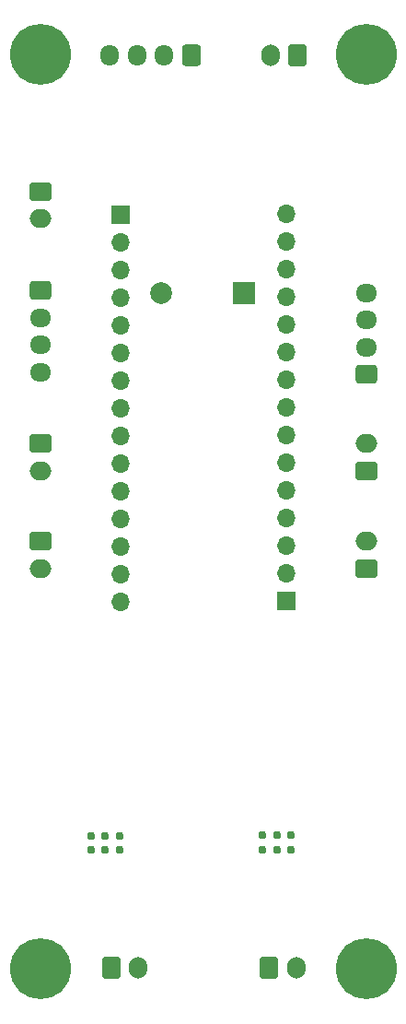
<source format=gbr>
%TF.GenerationSoftware,KiCad,Pcbnew,8.0.1*%
%TF.CreationDate,2024-06-19T16:46:37+02:00*%
%TF.ProjectId,MotorShield,4d6f746f-7253-4686-9965-6c642e6b6963,V_1*%
%TF.SameCoordinates,Original*%
%TF.FileFunction,Soldermask,Bot*%
%TF.FilePolarity,Negative*%
%FSLAX46Y46*%
G04 Gerber Fmt 4.6, Leading zero omitted, Abs format (unit mm)*
G04 Created by KiCad (PCBNEW 8.0.1) date 2024-06-19 16:46:37*
%MOMM*%
%LPD*%
G01*
G04 APERTURE LIST*
G04 Aperture macros list*
%AMRoundRect*
0 Rectangle with rounded corners*
0 $1 Rounding radius*
0 $2 $3 $4 $5 $6 $7 $8 $9 X,Y pos of 4 corners*
0 Add a 4 corners polygon primitive as box body*
4,1,4,$2,$3,$4,$5,$6,$7,$8,$9,$2,$3,0*
0 Add four circle primitives for the rounded corners*
1,1,$1+$1,$2,$3*
1,1,$1+$1,$4,$5*
1,1,$1+$1,$6,$7*
1,1,$1+$1,$8,$9*
0 Add four rect primitives between the rounded corners*
20,1,$1+$1,$2,$3,$4,$5,0*
20,1,$1+$1,$4,$5,$6,$7,0*
20,1,$1+$1,$6,$7,$8,$9,0*
20,1,$1+$1,$8,$9,$2,$3,0*%
G04 Aperture macros list end*
%ADD10C,2.000000*%
%ADD11R,2.000000X2.000000*%
%ADD12RoundRect,0.250000X-0.600000X-0.750000X0.600000X-0.750000X0.600000X0.750000X-0.600000X0.750000X0*%
%ADD13O,1.700000X2.000000*%
%ADD14RoundRect,0.250000X0.725000X-0.600000X0.725000X0.600000X-0.725000X0.600000X-0.725000X-0.600000X0*%
%ADD15O,1.950000X1.700000*%
%ADD16RoundRect,0.250000X-0.725000X0.600000X-0.725000X-0.600000X0.725000X-0.600000X0.725000X0.600000X0*%
%ADD17O,2.000000X1.700000*%
%ADD18RoundRect,0.250000X0.750000X-0.600000X0.750000X0.600000X-0.750000X0.600000X-0.750000X-0.600000X0*%
%ADD19RoundRect,0.250000X0.600000X0.750000X-0.600000X0.750000X-0.600000X-0.750000X0.600000X-0.750000X0*%
%ADD20R,1.700000X1.700000*%
%ADD21O,1.700000X1.700000*%
%ADD22RoundRect,0.250000X-0.750000X0.600000X-0.750000X-0.600000X0.750000X-0.600000X0.750000X0.600000X0*%
%ADD23C,3.600000*%
%ADD24C,5.600000*%
%ADD25C,0.770000*%
%ADD26O,1.700000X1.950000*%
%ADD27RoundRect,0.250000X0.600000X0.725000X-0.600000X0.725000X-0.600000X-0.725000X0.600000X-0.725000X0*%
G04 APERTURE END LIST*
D10*
%TO.C,BZ1*%
X123718000Y-77216000D03*
D11*
X131318000Y-77216000D03*
%TD*%
D12*
%TO.C,J13*%
X119146000Y-139146000D03*
D13*
X121646000Y-139146000D03*
%TD*%
D14*
%TO.C,J11*%
X142600000Y-84669000D03*
D15*
X142600000Y-82169000D03*
X142600000Y-79669000D03*
X142600000Y-77169000D03*
%TD*%
D16*
%TO.C,J7*%
X112600000Y-76955000D03*
D15*
X112600000Y-79455000D03*
X112600000Y-81955000D03*
X112600000Y-84455000D03*
%TD*%
D17*
%TO.C,J5*%
X142600000Y-100000000D03*
D18*
X142600000Y-102500000D03*
%TD*%
D13*
%TO.C,J8*%
X133771000Y-55372000D03*
D19*
X136271000Y-55372000D03*
%TD*%
D20*
%TO.C,J2*%
X135240000Y-105500000D03*
D21*
X135240000Y-102960000D03*
X135240000Y-100420000D03*
X135240000Y-97880000D03*
X135240000Y-95340000D03*
X135240000Y-92800000D03*
X135240000Y-90260000D03*
X135240000Y-87720000D03*
X135240000Y-85180000D03*
X135240000Y-82640000D03*
X135240000Y-80100000D03*
X135240000Y-77560000D03*
X135240000Y-75020000D03*
X135240000Y-72480000D03*
X135240000Y-69940000D03*
%TD*%
D17*
%TO.C,J4*%
X112600000Y-93500000D03*
D22*
X112600000Y-91000000D03*
%TD*%
D13*
%TO.C,J10*%
X136144000Y-139192000D03*
D12*
X133644000Y-139192000D03*
%TD*%
D23*
%TO.C,REF\u002A\u002A*%
X112600000Y-55300000D03*
D24*
X112600000Y-55300000D03*
%TD*%
D17*
%TO.C,J12*%
X112600000Y-70358000D03*
D22*
X112600000Y-67858000D03*
%TD*%
D17*
%TO.C,J6*%
X112600000Y-102500000D03*
D22*
X112600000Y-100000000D03*
%TD*%
D25*
%TO.C,U6*%
X117275000Y-128350000D03*
X118575000Y-128350000D03*
X119875000Y-128350000D03*
X117275000Y-127050000D03*
X118575000Y-127050000D03*
X119875000Y-127050000D03*
%TD*%
D20*
%TO.C,J1*%
X120000000Y-70000000D03*
D21*
X120000000Y-72540000D03*
X120000000Y-75080000D03*
X120000000Y-77620000D03*
X120000000Y-80160000D03*
X120000000Y-82700000D03*
X120000000Y-85240000D03*
X120000000Y-87780000D03*
X120000000Y-90320000D03*
X120000000Y-92860000D03*
X120000000Y-95400000D03*
X120000000Y-97940000D03*
X120000000Y-100480000D03*
X120000000Y-103020000D03*
X120000000Y-105560000D03*
%TD*%
D25*
%TO.C,U5*%
X133060000Y-128315000D03*
X134360000Y-128315000D03*
X135660000Y-128315000D03*
X133060000Y-127015000D03*
X134360000Y-127015000D03*
X135660000Y-127015000D03*
%TD*%
D17*
%TO.C,J3*%
X142600000Y-91000000D03*
D18*
X142600000Y-93500000D03*
%TD*%
D23*
%TO.C,REF\u002A\u002A*%
X142600000Y-55300000D03*
D24*
X142600000Y-55300000D03*
%TD*%
D23*
%TO.C,REF\u002A\u002A*%
X142600000Y-139300000D03*
D24*
X142600000Y-139300000D03*
%TD*%
D26*
%TO.C,J9*%
X118992000Y-55372000D03*
X121492000Y-55372000D03*
X123992000Y-55372000D03*
D27*
X126492000Y-55372000D03*
%TD*%
D23*
%TO.C,REF\u002A\u002A*%
X112600000Y-139300000D03*
D24*
X112600000Y-139300000D03*
%TD*%
M02*

</source>
